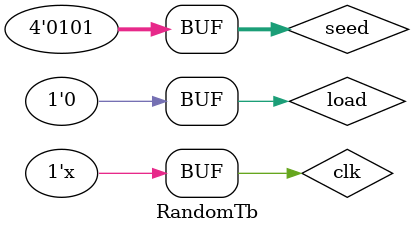
<source format=v>
`timescale 1ns / 1ps
module RandomTb(
    );
	wire q;
	reg [3:0] seed;
	reg load;
	reg clk;
	Random_tiny random(q,clk,seed,load);
	initial
	begin
		clk =0;
		load=0;
		seed[0]=1'b1;
		seed[1]=1'b0;
		seed[2]=1'b1;
		seed[3]=1'b0;
		#10
		load=1;
		#10
		load=0;
		
	end
	
	always
	begin
		#10
		clk = !clk;
	end

endmodule

</source>
